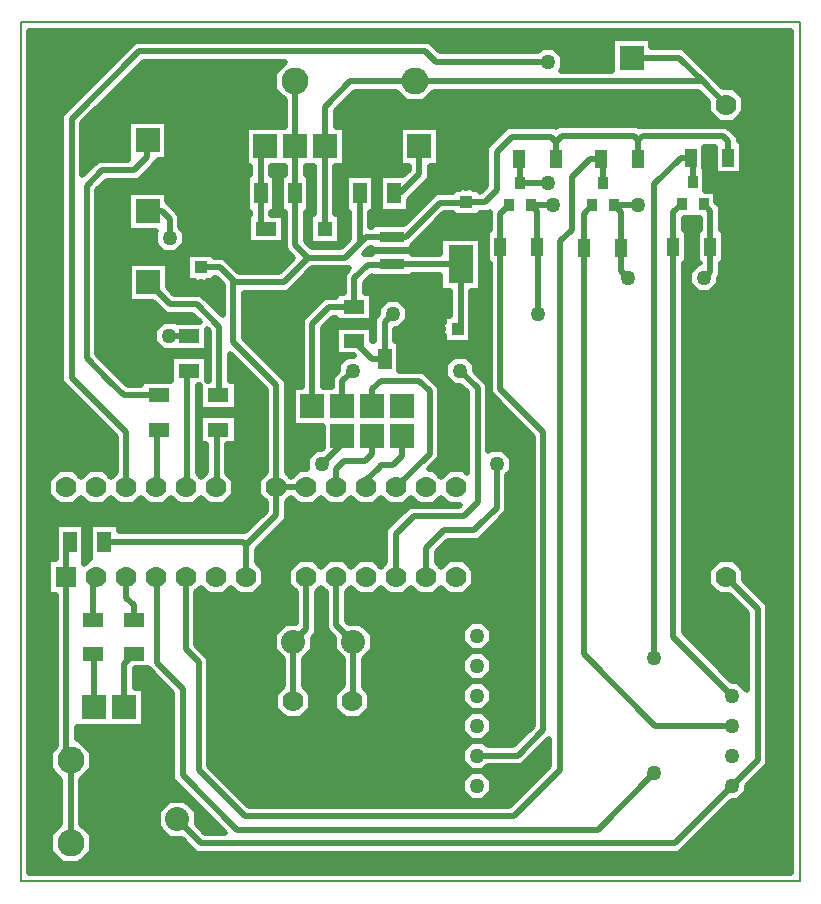
<source format=gbr>
G04 PROTEUS RS274X GERBER FILE*
%FSLAX45Y45*%
%MOMM*%
G01*
%ADD10C,0.508000*%
%ADD11C,1.270000*%
%ADD12R,1.778000X1.778000*%
%ADD13C,1.778000*%
%ADD14R,2.032000X2.032000*%
%ADD15C,2.286000*%
%ADD16R,1.280000X1.280000*%
%ADD17C,0.254000*%
%ADD18C,1.280000*%
%ADD19R,1.050000X1.050000*%
%ADD70C,1.050000*%
%ADD21R,1.143000X1.803400*%
%ADD22R,1.803400X1.143000*%
%ADD23R,2.159000X0.939800*%
%ADD24R,2.159000X3.251200*%
%ADD25R,0.889000X1.016000*%
%ADD26R,1.016000X1.524000*%
%ADD71C,2.032000*%
%ADD20C,0.203200*%
G36*
X+6563601Y+113126D02*
X+113601Y+113126D01*
X+113601Y+7239466D01*
X+6563601Y+7239466D01*
X+6563601Y+113126D01*
G37*
%LPC*%
G36*
X+5378700Y+7102025D02*
X+5650424Y+7102025D01*
X+5986924Y+6765525D01*
X+6076727Y+6765525D01*
X+6166000Y+6676252D01*
X+6166000Y+6550000D01*
X+6076727Y+6460727D01*
X+5950475Y+6460727D01*
X+5861202Y+6550000D01*
X+5861202Y+6639803D01*
X+5776778Y+6724227D01*
X+3542148Y+6724227D01*
X+3453248Y+6635327D01*
X+3305954Y+6635327D01*
X+3218615Y+6722666D01*
X+2868440Y+6722666D01*
X+2706500Y+6560726D01*
X+2706500Y+6428225D01*
X+2782700Y+6428225D01*
X+2782700Y+6098027D01*
X+2702500Y+6098027D01*
X+2702500Y+5690625D01*
X+2741100Y+5690625D01*
X+2741100Y+5435627D01*
X+2486102Y+5435627D01*
X+2486102Y+5690625D01*
X+2524702Y+5690625D01*
X+2524702Y+6098027D01*
X+2452500Y+6098027D01*
X+2452500Y+6016795D01*
X+2484250Y+6016795D01*
X+2484250Y+5709457D01*
X+2452500Y+5709457D01*
X+2452500Y+5462313D01*
X+2509410Y+5405403D01*
X+2750138Y+5405403D01*
X+2823097Y+5478362D01*
X+2823097Y+5709457D01*
X+2792952Y+5709457D01*
X+2792952Y+6016795D01*
X+3034250Y+6016795D01*
X+3034250Y+5709457D01*
X+3000895Y+5709457D01*
X+3000895Y+5582025D01*
X+3012152Y+5582025D01*
X+3012152Y+5603615D01*
X+3285982Y+5603615D01*
X+3553711Y+5871344D01*
X+3697602Y+5871344D01*
X+3697602Y+5904125D01*
X+3762184Y+5904125D01*
X+3753201Y+5913108D01*
X+3753201Y+5963144D01*
X+3788583Y+5998526D01*
X+3838619Y+5998526D01*
X+3874001Y+5963144D01*
X+3874001Y+5913108D01*
X+3865018Y+5904125D01*
X+3929600Y+5904125D01*
X+3929600Y+5877025D01*
X+3930709Y+5877025D01*
X+3979764Y+5926080D01*
X+3979764Y+6252726D01*
X+4159885Y+6432847D01*
X+4562790Y+6432847D01*
X+4569621Y+6426016D01*
X+4584292Y+6440687D01*
X+5267039Y+6440687D01*
X+5269654Y+6438072D01*
X+6020938Y+6438072D01*
X+6117460Y+6341550D01*
X+6117460Y+6302825D01*
X+6142860Y+6302825D01*
X+6142860Y+6023427D01*
X+5914262Y+6023427D01*
X+5914262Y+6260274D01*
X+5827900Y+6260274D01*
X+5827900Y+6077425D01*
X+5836510Y+6077425D01*
X+5836510Y+5886925D01*
X+5930490Y+5886925D01*
X+5930490Y+5790399D01*
X+5967460Y+5753429D01*
X+5967460Y+5552825D01*
X+5992860Y+5552825D01*
X+5992860Y+5273427D01*
X+5967460Y+5273427D01*
X+5967460Y+5162460D01*
X+5952622Y+5147622D01*
X+5952622Y+5093740D01*
X+5878228Y+5019346D01*
X+5773018Y+5019346D01*
X+5698624Y+5093740D01*
X+5698624Y+5198950D01*
X+5773018Y+5273344D01*
X+5789662Y+5273344D01*
X+5789662Y+5273427D01*
X+5764262Y+5273427D01*
X+5764262Y+5552825D01*
X+5789662Y+5552825D01*
X+5789662Y+5658327D01*
X+5652500Y+5658327D01*
X+5652500Y+5552825D01*
X+5677900Y+5552825D01*
X+5677900Y+5273427D01*
X+5652500Y+5273427D01*
X+5652500Y+2145949D01*
X+6062324Y+1736125D01*
X+6116206Y+1736125D01*
X+6190391Y+1661940D01*
X+6190391Y+2310614D01*
X+6040278Y+2460727D01*
X+5950475Y+2460727D01*
X+5861202Y+2550000D01*
X+5861202Y+2676252D01*
X+5950475Y+2765525D01*
X+6076727Y+2765525D01*
X+6166000Y+2676252D01*
X+6166000Y+2586449D01*
X+6368189Y+2384260D01*
X+6368189Y+1025992D01*
X+6190600Y+848403D01*
X+6190600Y+794521D01*
X+6116206Y+720127D01*
X+6062324Y+720127D01*
X+5616424Y+274227D01*
X+1526778Y+274227D01*
X+1402978Y+398027D01*
X+1295215Y+398027D01*
X+1198502Y+494740D01*
X+1198502Y+631512D01*
X+1295215Y+728225D01*
X+1431987Y+728225D01*
X+1528700Y+631512D01*
X+1528700Y+523749D01*
X+1600424Y+452025D01*
X+1770833Y+452025D01*
X+1324702Y+898156D01*
X+1324702Y+1630906D01*
X+1113131Y+1842477D01*
X+1006500Y+1842477D01*
X+1006500Y+1678225D01*
X+1082700Y+1678225D01*
X+1082700Y+1348027D01*
X+512500Y+1348027D01*
X+512500Y+1240925D01*
X+537248Y+1240925D01*
X+641400Y+1136773D01*
X+641400Y+989479D01*
X+552500Y+900579D01*
X+552500Y+525673D01*
X+641400Y+436773D01*
X+641400Y+289479D01*
X+537248Y+185327D01*
X+389954Y+185327D01*
X+285802Y+289479D01*
X+285802Y+436773D01*
X+374702Y+525673D01*
X+374702Y+900579D01*
X+285802Y+989479D01*
X+285802Y+1136773D01*
X+334702Y+1185673D01*
X+334702Y+2460727D01*
X+271202Y+2460727D01*
X+271202Y+2765525D01*
X+334702Y+2765525D01*
X+334702Y+2915949D01*
X+336952Y+2918199D01*
X+336952Y+3066795D01*
X+578250Y+3066795D01*
X+578250Y+2759457D01*
X+576000Y+2759457D01*
X+576000Y+2727050D01*
X+614475Y+2765525D01*
X+626952Y+2765525D01*
X+626952Y+3066795D01*
X+868250Y+3066795D01*
X+868250Y+3002025D01*
X+1939767Y+3002025D01*
X+2113326Y+3175584D01*
X+2113326Y+3247876D01*
X+2049202Y+3312000D01*
X+2049202Y+3438252D01*
X+2112239Y+3501289D01*
X+2112239Y+4202115D01*
X+1809189Y+4505165D01*
X+1809189Y+4273775D01*
X+1867270Y+4273775D01*
X+1867270Y+4032477D01*
X+1559932Y+4032477D01*
X+1559932Y+4242477D01*
X+1536500Y+4242477D01*
X+1536500Y+3493752D01*
X+1566601Y+3463651D01*
X+1608702Y+3505752D01*
X+1608702Y+3742477D01*
X+1559932Y+3742477D01*
X+1559932Y+3983775D01*
X+1867270Y+3983775D01*
X+1867270Y+3742477D01*
X+1786500Y+3742477D01*
X+1786500Y+3497752D01*
X+1846000Y+3438252D01*
X+1846000Y+3312000D01*
X+1756727Y+3222727D01*
X+1630475Y+3222727D01*
X+1566601Y+3286601D01*
X+1502727Y+3222727D01*
X+1376475Y+3222727D01*
X+1312601Y+3286601D01*
X+1248727Y+3222727D01*
X+1122475Y+3222727D01*
X+1058601Y+3286601D01*
X+994727Y+3222727D01*
X+868475Y+3222727D01*
X+804601Y+3286601D01*
X+740727Y+3222727D01*
X+614475Y+3222727D01*
X+551601Y+3285601D01*
X+488727Y+3222727D01*
X+362475Y+3222727D01*
X+273202Y+3312000D01*
X+273202Y+3438252D01*
X+362475Y+3527525D01*
X+488727Y+3527525D01*
X+551601Y+3464651D01*
X+614475Y+3527525D01*
X+740727Y+3527525D01*
X+804601Y+3463651D01*
X+845037Y+3504087D01*
X+845037Y+3804449D01*
X+382410Y+4267076D01*
X+382410Y+6529302D01*
X+1008322Y+7155214D01*
X+3501862Y+7155214D01*
X+3590829Y+7066247D01*
X+4415244Y+7066247D01*
X+4453344Y+7104347D01*
X+4558554Y+7104347D01*
X+4632948Y+7029953D01*
X+4632948Y+6924743D01*
X+4610230Y+6902025D01*
X+5048502Y+6902025D01*
X+5048502Y+7178225D01*
X+5378700Y+7178225D01*
X+5378700Y+7102025D01*
G37*
G36*
X+2011101Y+3348823D02*
X+2011101Y+3401429D01*
X+1973904Y+3438626D01*
X+1921298Y+3438626D01*
X+1884101Y+3401429D01*
X+1884101Y+3348823D01*
X+1921298Y+3311626D01*
X+1973904Y+3311626D01*
X+2011101Y+3348823D01*
G37*
G36*
X+4991164Y+7089326D02*
X+4928038Y+7089326D01*
X+4883401Y+7044689D01*
X+4883401Y+6981563D01*
X+4928038Y+6936926D01*
X+4991164Y+6936926D01*
X+5035801Y+6981563D01*
X+5035801Y+7044689D01*
X+4991164Y+7089326D01*
G37*
G36*
X+3578700Y+6098027D02*
X+3502821Y+6098027D01*
X+3502821Y+5988807D01*
X+3324250Y+5810236D01*
X+3324250Y+5709457D01*
X+3082952Y+5709457D01*
X+3082952Y+6016795D01*
X+3279365Y+6016795D01*
X+3325023Y+6062453D01*
X+3325023Y+6098027D01*
X+3248502Y+6098027D01*
X+3248502Y+6428225D01*
X+3578700Y+6428225D01*
X+3578700Y+6098027D01*
G37*
G36*
X+3191164Y+6339326D02*
X+3128038Y+6339326D01*
X+3083401Y+6294689D01*
X+3083401Y+6231563D01*
X+3128038Y+6186926D01*
X+3191164Y+6186926D01*
X+3235801Y+6231563D01*
X+3235801Y+6294689D01*
X+3191164Y+6339326D01*
G37*
G36*
X+4150101Y+6639429D02*
X+4150101Y+6586823D01*
X+4187298Y+6549626D01*
X+4239904Y+6549626D01*
X+4277101Y+6586823D01*
X+4277101Y+6639429D01*
X+4239904Y+6676626D01*
X+4187298Y+6676626D01*
X+4150101Y+6639429D01*
G37*
G36*
X+6089904Y+1926626D02*
X+6037298Y+1926626D01*
X+6000101Y+1889429D01*
X+6000101Y+1836823D01*
X+6037298Y+1799626D01*
X+6089904Y+1799626D01*
X+6127101Y+1836823D01*
X+6127101Y+1889429D01*
X+6089904Y+1926626D01*
G37*
G36*
X+1140038Y+1436926D02*
X+1203164Y+1436926D01*
X+1247801Y+1481563D01*
X+1247801Y+1544689D01*
X+1203164Y+1589326D01*
X+1140038Y+1589326D01*
X+1095401Y+1544689D01*
X+1095401Y+1481563D01*
X+1140038Y+1436926D01*
G37*
G36*
X+2010179Y+3976015D02*
X+2052263Y+3976015D01*
X+2082021Y+4005773D01*
X+2082021Y+4047857D01*
X+2052263Y+4077615D01*
X+2010179Y+4077615D01*
X+1980421Y+4047857D01*
X+1980421Y+4005773D01*
X+2010179Y+3976015D01*
G37*
G36*
X+2983118Y+6063657D02*
X+3025202Y+6063657D01*
X+3054960Y+6093415D01*
X+3054960Y+6135499D01*
X+3025202Y+6165257D01*
X+2983118Y+6165257D01*
X+2953360Y+6135499D01*
X+2953360Y+6093415D01*
X+2983118Y+6063657D01*
G37*
G36*
X+882038Y+286926D02*
X+945164Y+286926D01*
X+989801Y+331563D01*
X+989801Y+394689D01*
X+945164Y+439326D01*
X+882038Y+439326D01*
X+837401Y+394689D01*
X+837401Y+331563D01*
X+882038Y+286926D01*
G37*
G36*
X+882038Y+986926D02*
X+945164Y+986926D01*
X+989801Y+1031563D01*
X+989801Y+1094689D01*
X+945164Y+1139326D01*
X+882038Y+1139326D01*
X+837401Y+1094689D01*
X+837401Y+1031563D01*
X+882038Y+986926D01*
G37*
%LPD*%
G36*
X+4009742Y+5552825D02*
X+3984342Y+5552825D01*
X+3984342Y+5273427D01*
X+4009742Y+5273427D01*
X+4009742Y+4169374D01*
X+4374702Y+3804414D01*
X+4374702Y+1355463D01*
X+4210797Y+1191558D01*
X+3993773Y+1191558D01*
X+3957206Y+1228125D01*
X+3851996Y+1228125D01*
X+3777602Y+1153731D01*
X+3777602Y+1048521D01*
X+3851996Y+974127D01*
X+3957206Y+974127D01*
X+3996839Y+1013760D01*
X+4284443Y+1013760D01*
X+4515898Y+1245215D01*
X+4515898Y+1015313D01*
X+4177714Y+677129D01*
X+1975944Y+677129D01*
X+1637760Y+1015313D01*
X+1637760Y+1928615D01*
X+1526292Y+2040083D01*
X+1526292Y+2484292D01*
X+1566601Y+2524601D01*
X+1630475Y+2460727D01*
X+1756727Y+2460727D01*
X+1820601Y+2524601D01*
X+1884475Y+2460727D01*
X+2010727Y+2460727D01*
X+2100000Y+2550000D01*
X+2100000Y+2676252D01*
X+2036500Y+2739752D01*
X+2036500Y+2847314D01*
X+2291122Y+3101936D01*
X+2291122Y+3249122D01*
X+2328227Y+3286227D01*
X+2328975Y+3286227D01*
X+2392475Y+3222727D01*
X+2518727Y+3222727D01*
X+2582601Y+3286601D01*
X+2646475Y+3222727D01*
X+2772727Y+3222727D01*
X+2836601Y+3286601D01*
X+2900475Y+3222727D01*
X+3026727Y+3222727D01*
X+3090601Y+3286601D01*
X+3154475Y+3222727D01*
X+3280727Y+3222727D01*
X+3344601Y+3286601D01*
X+3408475Y+3222727D01*
X+3534727Y+3222727D01*
X+3598601Y+3286601D01*
X+3662475Y+3222727D01*
X+3756599Y+3222727D01*
X+3753595Y+3219723D01*
X+3329306Y+3219723D01*
X+3128156Y+3018573D01*
X+3128156Y+2739206D01*
X+3090601Y+2701651D01*
X+3026727Y+2765525D01*
X+2900475Y+2765525D01*
X+2836601Y+2701651D01*
X+2772727Y+2765525D01*
X+2646475Y+2765525D01*
X+2582601Y+2701651D01*
X+2518727Y+2765525D01*
X+2392475Y+2765525D01*
X+2303202Y+2676252D01*
X+2303202Y+2550000D01*
X+2366702Y+2486500D01*
X+2366702Y+2228225D01*
X+2279215Y+2228225D01*
X+2182502Y+2131512D01*
X+2182502Y+1994740D01*
X+2258702Y+1918540D01*
X+2258702Y+1689752D01*
X+2195202Y+1626252D01*
X+2195202Y+1500000D01*
X+2284475Y+1410727D01*
X+2410727Y+1410727D01*
X+2500000Y+1500000D01*
X+2500000Y+1626252D01*
X+2436500Y+1689752D01*
X+2436500Y+1918540D01*
X+2512700Y+1994740D01*
X+2512700Y+2102503D01*
X+2544500Y+2134303D01*
X+2544500Y+2486500D01*
X+2582601Y+2524601D01*
X+2620702Y+2486500D01*
X+2620702Y+2172303D01*
X+2690502Y+2102503D01*
X+2690502Y+1994740D01*
X+2766702Y+1918540D01*
X+2766702Y+1697752D01*
X+2695202Y+1626252D01*
X+2695202Y+1500000D01*
X+2784475Y+1410727D01*
X+2910727Y+1410727D01*
X+3000000Y+1500000D01*
X+3000000Y+1626252D01*
X+2944500Y+1681752D01*
X+2944500Y+1918540D01*
X+3020700Y+1994740D01*
X+3020700Y+2131512D01*
X+2923987Y+2228225D01*
X+2816224Y+2228225D01*
X+2798500Y+2245949D01*
X+2798500Y+2486500D01*
X+2836601Y+2524601D01*
X+2900475Y+2460727D01*
X+3026727Y+2460727D01*
X+3090601Y+2524601D01*
X+3154475Y+2460727D01*
X+3280727Y+2460727D01*
X+3344601Y+2524601D01*
X+3408475Y+2460727D01*
X+3534727Y+2460727D01*
X+3598601Y+2524601D01*
X+3662475Y+2460727D01*
X+3788727Y+2460727D01*
X+3878000Y+2550000D01*
X+3878000Y+2676252D01*
X+3788727Y+2765525D01*
X+3662475Y+2765525D01*
X+3598601Y+2701651D01*
X+3560500Y+2739752D01*
X+3560500Y+2823921D01*
X+3660965Y+2924386D01*
X+3916112Y+2924386D01*
X+4157398Y+3165672D01*
X+4157398Y+3478742D01*
X+4195498Y+3516842D01*
X+4195498Y+3622052D01*
X+4121104Y+3696446D01*
X+4015894Y+3696446D01*
X+3999723Y+3680275D01*
X+3999723Y+4251302D01*
X+3888748Y+4362277D01*
X+3888748Y+4416159D01*
X+3814354Y+4490553D01*
X+3709144Y+4490553D01*
X+3634750Y+4416159D01*
X+3634750Y+4310949D01*
X+3709144Y+4236555D01*
X+3763026Y+4236555D01*
X+3821925Y+4177656D01*
X+3821925Y+3494327D01*
X+3788727Y+3527525D01*
X+3662475Y+3527525D01*
X+3598601Y+3463651D01*
X+3534727Y+3527525D01*
X+3495722Y+3527525D01*
X+3589765Y+3621568D01*
X+3589765Y+4223619D01*
X+3452071Y+4361313D01*
X+3244250Y+4361313D01*
X+3244250Y+4616795D01*
X+3212500Y+4616795D01*
X+3212500Y+4715939D01*
X+3244847Y+4715939D01*
X+3319241Y+4790333D01*
X+3319241Y+4895543D01*
X+3244847Y+4969937D01*
X+3139637Y+4969937D01*
X+3065243Y+4895543D01*
X+3065243Y+4841661D01*
X+3034702Y+4811120D01*
X+3034702Y+4616795D01*
X+3017270Y+4616795D01*
X+3017270Y+4733775D01*
X+2709932Y+4733775D01*
X+2709932Y+4492477D01*
X+2858528Y+4492477D01*
X+2860452Y+4490553D01*
X+2800364Y+4490553D01*
X+2725970Y+4416159D01*
X+2725970Y+4362277D01*
X+2674702Y+4311009D01*
X+2674702Y+4228225D01*
X+2598500Y+4228225D01*
X+2598500Y+4722661D01*
X+2685316Y+4809477D01*
X+2709932Y+4809477D01*
X+2709932Y+4782477D01*
X+3017270Y+4782477D01*
X+3017270Y+5021709D01*
X+3025706Y+5021709D01*
X+3055464Y+5051467D01*
X+3055464Y+5093551D01*
X+3025706Y+5123309D01*
X+2983622Y+5123309D01*
X+2953864Y+5093551D01*
X+2953864Y+5051467D01*
X+2981556Y+5023775D01*
X+2952500Y+5023775D01*
X+2952500Y+5108000D01*
X+3012152Y+5167652D01*
X+3012152Y+5152637D01*
X+3355050Y+5152637D01*
X+3355050Y+5174227D01*
X+3592152Y+5174227D01*
X+3592152Y+5037067D01*
X+3674702Y+5037067D01*
X+3674702Y+4829125D01*
X+3622602Y+4829125D01*
X+3622602Y+4764543D01*
X+3613619Y+4773526D01*
X+3563583Y+4773526D01*
X+3528201Y+4738144D01*
X+3528201Y+4688108D01*
X+3563583Y+4652726D01*
X+3613619Y+4652726D01*
X+3622602Y+4661709D01*
X+3622602Y+4597127D01*
X+3854600Y+4597127D01*
X+3854600Y+4829125D01*
X+3852500Y+4829125D01*
X+3852500Y+5037067D01*
X+3935050Y+5037067D01*
X+3935050Y+5489185D01*
X+3592152Y+5489185D01*
X+3592152Y+5352025D01*
X+3355050Y+5352025D01*
X+3355050Y+5373615D01*
X+3012152Y+5373615D01*
X+3012152Y+5349770D01*
X+2945949Y+5349770D01*
X+3000406Y+5404227D01*
X+3012152Y+5404227D01*
X+3012152Y+5382637D01*
X+3355050Y+5382637D01*
X+3355050Y+5421239D01*
X+3627357Y+5693546D01*
X+3697602Y+5693546D01*
X+3697602Y+5672127D01*
X+3929600Y+5672127D01*
X+3929600Y+5699227D01*
X+4004355Y+5699227D01*
X+4009742Y+5704614D01*
X+4009742Y+5552825D01*
G37*
%LPC*%
G36*
X+2265101Y+2586823D02*
X+2265101Y+2639429D01*
X+2227904Y+2676626D01*
X+2175298Y+2676626D01*
X+2138101Y+2639429D01*
X+2138101Y+2586823D01*
X+2175298Y+2549626D01*
X+2227904Y+2549626D01*
X+2265101Y+2586823D01*
G37*
G36*
X+3209001Y+5022605D02*
X+3209001Y+5043647D01*
X+3194122Y+5058526D01*
X+3173080Y+5058526D01*
X+3158201Y+5043647D01*
X+3158201Y+5022605D01*
X+3173080Y+5007726D01*
X+3194122Y+5007726D01*
X+3209001Y+5022605D01*
G37*
G36*
X+3403080Y+4437726D02*
X+3424122Y+4437726D01*
X+3439001Y+4452605D01*
X+3439001Y+4473647D01*
X+3424122Y+4488526D01*
X+3403080Y+4488526D01*
X+3388201Y+4473647D01*
X+3388201Y+4452605D01*
X+3403080Y+4437726D01*
G37*
G36*
X+4150101Y+2639429D02*
X+4150101Y+2586823D01*
X+4187298Y+2549626D01*
X+4239904Y+2549626D01*
X+4277101Y+2586823D01*
X+4277101Y+2639429D01*
X+4239904Y+2676626D01*
X+4187298Y+2676626D01*
X+4150101Y+2639429D01*
G37*
G36*
X+2284101Y+1081429D02*
X+2284101Y+1028823D01*
X+2321298Y+991626D01*
X+2373904Y+991626D01*
X+2411101Y+1028823D01*
X+2411101Y+1081429D01*
X+2373904Y+1118626D01*
X+2321298Y+1118626D01*
X+2284101Y+1081429D01*
G37*
G36*
X+2784101Y+1081429D02*
X+2784101Y+1028823D01*
X+2821298Y+991626D01*
X+2873904Y+991626D01*
X+2911101Y+1028823D01*
X+2911101Y+1081429D01*
X+2873904Y+1118626D01*
X+2821298Y+1118626D01*
X+2784101Y+1081429D01*
G37*
G36*
X+3957206Y+974125D02*
X+3851996Y+974125D01*
X+3777602Y+899731D01*
X+3777602Y+794521D01*
X+3851996Y+720127D01*
X+3957206Y+720127D01*
X+4031600Y+794521D01*
X+4031600Y+899731D01*
X+3957206Y+974125D01*
G37*
G36*
X+3957206Y+1482125D02*
X+3851996Y+1482125D01*
X+3777602Y+1407731D01*
X+3777602Y+1302521D01*
X+3851996Y+1228127D01*
X+3957206Y+1228127D01*
X+4031600Y+1302521D01*
X+4031600Y+1407731D01*
X+3957206Y+1482125D01*
G37*
G36*
X+3957206Y+1736125D02*
X+3851996Y+1736125D01*
X+3777602Y+1661731D01*
X+3777602Y+1556521D01*
X+3851996Y+1482127D01*
X+3957206Y+1482127D01*
X+4031600Y+1556521D01*
X+4031600Y+1661731D01*
X+3957206Y+1736125D01*
G37*
G36*
X+3957206Y+1990125D02*
X+3851996Y+1990125D01*
X+3777602Y+1915731D01*
X+3777602Y+1810521D01*
X+3851996Y+1736127D01*
X+3957206Y+1736127D01*
X+4031600Y+1810521D01*
X+4031600Y+1915731D01*
X+3957206Y+1990125D01*
G37*
G36*
X+3957206Y+2244125D02*
X+3851996Y+2244125D01*
X+3777602Y+2169731D01*
X+3777602Y+2064521D01*
X+3851996Y+1990127D01*
X+3957206Y+1990127D01*
X+4031600Y+2064521D01*
X+4031600Y+2169731D01*
X+3957206Y+2244125D01*
G37*
%LPD*%
G36*
X+2185802Y+6886773D02*
X+2185802Y+6739479D01*
X+2274702Y+6650579D01*
X+2274702Y+6428225D01*
X+1944502Y+6428225D01*
X+1944502Y+6098027D01*
X+1984702Y+6098027D01*
X+1984702Y+6016795D01*
X+1952952Y+6016795D01*
X+1952952Y+5709457D01*
X+1984702Y+5709457D01*
X+1984702Y+5683775D01*
X+1959932Y+5683775D01*
X+1959932Y+5442477D01*
X+2267270Y+5442477D01*
X+2267270Y+5683775D01*
X+2162500Y+5683775D01*
X+2162500Y+5709457D01*
X+2194250Y+5709457D01*
X+2194250Y+6016795D01*
X+2162500Y+6016795D01*
X+2162500Y+6098027D01*
X+2274702Y+6098027D01*
X+2274702Y+6016795D01*
X+2242952Y+6016795D01*
X+2242952Y+5709457D01*
X+2274702Y+5709457D01*
X+2274702Y+5388667D01*
X+2346865Y+5316504D01*
X+2228562Y+5198201D01*
X+1891380Y+5198201D01*
X+1762556Y+5327025D01*
X+1679600Y+5327025D01*
X+1679600Y+5354125D01*
X+1447602Y+5354125D01*
X+1447602Y+5122127D01*
X+1512184Y+5122127D01*
X+1503201Y+5113144D01*
X+1503201Y+5063108D01*
X+1538583Y+5027726D01*
X+1588619Y+5027726D01*
X+1624001Y+5063108D01*
X+1624001Y+5113144D01*
X+1615018Y+5122127D01*
X+1679600Y+5122127D01*
X+1679600Y+5149227D01*
X+1688910Y+5149227D01*
X+1749658Y+5088479D01*
X+1749658Y+4832728D01*
X+1567439Y+5014947D01*
X+1341502Y+5014947D01*
X+1282700Y+5073749D01*
X+1282700Y+5278225D01*
X+952502Y+5278225D01*
X+952502Y+4948027D01*
X+1156978Y+4948027D01*
X+1267856Y+4837149D01*
X+1493793Y+4837149D01*
X+1557167Y+4773775D01*
X+1358855Y+4773775D01*
X+1350232Y+4782398D01*
X+1245022Y+4782398D01*
X+1170628Y+4708004D01*
X+1170628Y+4602794D01*
X+1245022Y+4528400D01*
X+1350232Y+4528400D01*
X+1354309Y+4532477D01*
X+1617270Y+4532477D01*
X+1617270Y+4713672D01*
X+1631391Y+4699551D01*
X+1631391Y+4273775D01*
X+1617270Y+4273775D01*
X+1617270Y+4483775D01*
X+1309932Y+4483775D01*
X+1309932Y+4273775D01*
X+1059932Y+4273775D01*
X+1059932Y+4242025D01*
X+949408Y+4242025D01*
X+685800Y+4505633D01*
X+685800Y+5891356D01*
X+766894Y+5972450D01*
X+1038120Y+5972450D01*
X+1201374Y+6135704D01*
X+1201374Y+6148027D01*
X+1278700Y+6148027D01*
X+1278700Y+6478225D01*
X+948502Y+6478225D01*
X+948502Y+6150248D01*
X+693248Y+6150248D01*
X+560208Y+6017208D01*
X+560208Y+6455656D01*
X+1081968Y+6977416D01*
X+2276445Y+6977416D01*
X+2185802Y+6886773D01*
G37*
%LPC*%
G36*
X+2139001Y+5262605D02*
X+2139001Y+5283647D01*
X+2124122Y+5298526D01*
X+2103080Y+5298526D01*
X+2088201Y+5283647D01*
X+2088201Y+5262605D01*
X+2103080Y+5247726D01*
X+2124122Y+5247726D01*
X+2139001Y+5262605D01*
G37*
G36*
X+895164Y+5189326D02*
X+832038Y+5189326D01*
X+787401Y+5144689D01*
X+787401Y+5081563D01*
X+832038Y+5036926D01*
X+895164Y+5036926D01*
X+939801Y+5081563D01*
X+939801Y+5144689D01*
X+895164Y+5189326D01*
G37*
G36*
X+1278700Y+5795156D02*
X+1389275Y+5684581D01*
X+1389275Y+5576277D01*
X+1427375Y+5538177D01*
X+1427375Y+5432967D01*
X+1352981Y+5358573D01*
X+1247771Y+5358573D01*
X+1173377Y+5432967D01*
X+1173377Y+5538177D01*
X+1183227Y+5548027D01*
X+948502Y+5548027D01*
X+948502Y+5878225D01*
X+1278700Y+5878225D01*
X+1278700Y+5795156D01*
G37*
G36*
X+891164Y+5789326D02*
X+828038Y+5789326D01*
X+783401Y+5744689D01*
X+783401Y+5681563D01*
X+828038Y+5636926D01*
X+891164Y+5636926D01*
X+935801Y+5681563D01*
X+935801Y+5744689D01*
X+891164Y+5789326D01*
G37*
G36*
X+891164Y+6389326D02*
X+828038Y+6389326D01*
X+783401Y+6344689D01*
X+783401Y+6281563D01*
X+828038Y+6236926D01*
X+891164Y+6236926D01*
X+935801Y+6281563D01*
X+935801Y+6344689D01*
X+891164Y+6389326D01*
G37*
G36*
X+1989860Y+5222126D02*
X+2031944Y+5222126D01*
X+2061702Y+5251884D01*
X+2061702Y+5293968D01*
X+2031944Y+5323726D01*
X+1989860Y+5323726D01*
X+1960102Y+5293968D01*
X+1960102Y+5251884D01*
X+1989860Y+5222126D01*
G37*
%LPD*%
G36*
X+2800740Y+5207684D02*
X+2774702Y+5181646D01*
X+2774702Y+5023775D01*
X+2709932Y+5023775D01*
X+2709932Y+4987275D01*
X+2611670Y+4987275D01*
X+2420702Y+4796307D01*
X+2420702Y+4228225D01*
X+2344502Y+4228225D01*
X+2344502Y+3898027D01*
X+2598502Y+3898027D01*
X+2598502Y+3704293D01*
X+2590655Y+3696446D01*
X+2536773Y+3696446D01*
X+2462379Y+3622052D01*
X+2462379Y+3527525D01*
X+2392475Y+3527525D01*
X+2328975Y+3464025D01*
X+2328227Y+3464025D01*
X+2290037Y+3502215D01*
X+2290037Y+4275761D01*
X+1927456Y+4638342D01*
X+1927456Y+5020403D01*
X+2302208Y+5020403D01*
X+2509410Y+5227605D01*
X+2820661Y+5227605D01*
X+2800740Y+5207684D01*
G37*
%LPC*%
G36*
X+2545701Y+5091251D02*
X+2545701Y+5035001D01*
X+2585476Y+4995226D01*
X+2641726Y+4995226D01*
X+2681501Y+5035001D01*
X+2681501Y+5091251D01*
X+2641726Y+5131026D01*
X+2585476Y+5131026D01*
X+2545701Y+5091251D01*
G37*
G36*
X+2478038Y+3732926D02*
X+2541164Y+3732926D01*
X+2585801Y+3777563D01*
X+2585801Y+3840689D01*
X+2541164Y+3885326D01*
X+2478038Y+3885326D01*
X+2433401Y+3840689D01*
X+2433401Y+3777563D01*
X+2478038Y+3732926D01*
G37*
G36*
X+2013115Y+4622026D02*
X+2055199Y+4622026D01*
X+2084957Y+4651784D01*
X+2084957Y+4693868D01*
X+2055199Y+4723626D01*
X+2013115Y+4723626D01*
X+1983357Y+4693868D01*
X+1983357Y+4651784D01*
X+2013115Y+4622026D01*
G37*
G36*
X+1983869Y+4880664D02*
X+2025953Y+4880664D01*
X+2055711Y+4910422D01*
X+2055711Y+4952506D01*
X+2025953Y+4982264D01*
X+1983869Y+4982264D01*
X+1954111Y+4952506D01*
X+1954111Y+4910422D01*
X+1983869Y+4880664D01*
G37*
%LPD*%
D10*
X+2073601Y+5863126D02*
X+2073601Y+6227126D01*
X+2109601Y+6263126D01*
X+2363601Y+5863126D02*
X+2363601Y+6263126D01*
X+3203601Y+5863126D02*
X+3251418Y+5863126D01*
X+3413922Y+6025630D01*
X+3413922Y+6262805D01*
X+3413601Y+6263126D01*
X+2363601Y+6263126D02*
X+2363601Y+6813126D01*
X+2617601Y+6263126D02*
X+2617601Y+6597549D01*
X+2831617Y+6811565D01*
X+3378040Y+6811565D01*
X+3379601Y+6813126D01*
X+2613601Y+5563126D02*
X+2613601Y+6259126D01*
X+2617601Y+6263126D01*
X+2073601Y+5863126D02*
X+2073601Y+5603126D01*
X+2113601Y+5563126D01*
X+2363601Y+5863126D02*
X+2363601Y+5425490D01*
X+2472587Y+5316504D01*
X+2863601Y+4903126D02*
X+2863601Y+5144823D01*
X+2979649Y+5260871D01*
X+3181346Y+5260871D01*
X+3183601Y+5263126D01*
X+2863601Y+4613126D02*
X+3013601Y+4463126D01*
X+3123601Y+4463126D01*
X+3738601Y+4713126D02*
X+3763601Y+4738126D01*
X+3763601Y+5263126D01*
X+3183601Y+5263126D02*
X+3763601Y+5263126D01*
X+3183601Y+5493126D02*
X+2963583Y+5493126D01*
X+2911996Y+5441539D01*
X+2472587Y+5316504D02*
X+2786961Y+5316504D01*
X+2911996Y+5441539D01*
X+2911996Y+5861521D01*
X+2913601Y+5863126D01*
X+3183601Y+5493126D02*
X+3301215Y+5493126D01*
X+3590534Y+5782445D01*
X+3807920Y+5782445D01*
X+3813601Y+5788126D01*
X+4804661Y+5403626D02*
X+4804661Y+5692146D01*
X+4875641Y+5763126D01*
X+5119621Y+5403626D02*
X+5119621Y+5707106D01*
X+5063601Y+5763126D01*
X+4969621Y+5953626D02*
X+4969621Y+6138666D01*
X+4954661Y+6153626D01*
X+5634581Y+5772626D02*
X+5563601Y+5701646D01*
X+5563601Y+5413126D01*
X+5878561Y+5413126D02*
X+5878561Y+5716606D01*
X+5822541Y+5772626D01*
X+4269621Y+5953626D02*
X+4269621Y+6138666D01*
X+4254661Y+6153626D01*
X+5728561Y+5963126D02*
X+5728561Y+6148166D01*
X+5713601Y+6163126D01*
X+4098641Y+5413126D02*
X+4098641Y+5686126D01*
X+4175641Y+5763126D01*
X+4363601Y+5763126D02*
X+4413601Y+5713126D01*
X+4413601Y+5413126D01*
X+2347601Y+1563126D02*
X+2347601Y+2063126D01*
X+2855601Y+2063126D02*
X+2855601Y+1571126D01*
X+2847601Y+1563126D01*
X+2347601Y+2063126D02*
X+2455601Y+2171126D01*
X+2455601Y+2613126D01*
X+2709601Y+2613126D02*
X+2709601Y+2209126D01*
X+2855601Y+2063126D01*
X+2201601Y+3375126D02*
X+2455601Y+3375126D01*
X+423601Y+2613126D02*
X+423601Y+2879126D01*
X+457601Y+2913126D01*
X+747601Y+2913126D02*
X+1918612Y+2913126D01*
X+1947601Y+2884137D01*
X+1947601Y+2613126D02*
X+1947601Y+2884137D01*
X+647601Y+2253126D02*
X+647601Y+2583126D01*
X+677601Y+2613126D01*
X+931601Y+2613126D02*
X+931601Y+2441667D01*
X+997384Y+2375884D01*
X+997601Y+2375667D01*
X+997601Y+2253126D01*
X+1117601Y+5113126D02*
X+1304679Y+4926048D01*
X+1494879Y+4926048D01*
X+1530616Y+4926048D01*
X+1720290Y+4736374D01*
X+1720290Y+4159815D01*
X+1713601Y+4153126D01*
X+1213601Y+4153126D02*
X+912585Y+4153126D01*
X+788409Y+4277302D01*
X+596901Y+4468810D01*
X+596901Y+5928179D01*
X+730071Y+6061349D01*
X+956092Y+6061349D01*
X+1001297Y+6061349D01*
X+1112475Y+6172527D01*
X+1112475Y+6312000D01*
X+1113601Y+6313126D01*
X+1463601Y+4653126D02*
X+1299900Y+4653126D01*
X+1297627Y+4655399D01*
X+1300376Y+5485572D02*
X+1300376Y+5647758D01*
X+1234402Y+5713732D01*
X+1114207Y+5713732D01*
X+1113601Y+5713126D01*
X+2202224Y+3374503D02*
X+2201601Y+3375126D01*
X+1563601Y+5238126D02*
X+1725733Y+5238126D01*
X+1854557Y+5109302D01*
X+2265385Y+5109302D01*
X+2472587Y+5316504D01*
X+1947601Y+2884137D02*
X+2202224Y+3138760D01*
X+2202224Y+3374503D01*
X+1213601Y+3863126D02*
X+1197601Y+3863126D01*
X+1197601Y+3387126D01*
X+1185601Y+3375126D01*
X+1463601Y+4363126D02*
X+1447601Y+4363126D01*
X+1447601Y+3383126D01*
X+1439601Y+3375126D01*
X+1713601Y+3863126D02*
X+1697601Y+3863126D01*
X+1697601Y+3379126D01*
X+1693601Y+3375126D01*
X+1854557Y+5109302D02*
X+1838557Y+5109302D01*
X+1838557Y+4601519D01*
X+2201138Y+4238938D01*
X+2201138Y+3375589D01*
X+2201601Y+3375126D01*
X+2202224Y+3374503D01*
X+2709601Y+3375126D02*
X+2709601Y+3528785D01*
X+2780000Y+3599184D01*
X+2956177Y+3599184D01*
X+3015748Y+3658755D01*
X+3015748Y+3807273D01*
X+3017601Y+3809126D01*
X+2963601Y+3375126D02*
X+2963601Y+3436767D01*
X+3068982Y+3542148D01*
X+3086727Y+3559893D01*
X+3191926Y+3559893D01*
X+3271601Y+3639568D01*
X+3271601Y+3809126D01*
X+3017601Y+4063126D02*
X+3017601Y+4203920D01*
X+3086095Y+4272414D01*
X+3415248Y+4272414D01*
X+3500866Y+4186796D01*
X+3500866Y+3658391D01*
X+3217601Y+3375126D01*
X+2509601Y+4063126D02*
X+2509601Y+4759484D01*
X+2648493Y+4898376D01*
X+2858851Y+4898376D01*
X+2863601Y+4903126D01*
X+663601Y+1513126D02*
X+663601Y+1947126D01*
X+647601Y+1963126D01*
X+917601Y+1513126D02*
X+917601Y+1883126D01*
X+997601Y+1963126D01*
X+2763601Y+4063126D02*
X+2763601Y+4274186D01*
X+2852969Y+4363554D01*
X+3761749Y+4363554D02*
X+3910824Y+4214479D01*
X+3910824Y+3251230D01*
X+3790418Y+3130824D01*
X+3389064Y+3130824D01*
X+3366129Y+3130824D01*
X+3217055Y+2981750D01*
X+3217055Y+2613672D01*
X+3217601Y+2613126D01*
X+2763601Y+3809126D02*
X+2763601Y+3743670D01*
X+2589378Y+3569447D01*
X+4068499Y+3569447D02*
X+4068499Y+3202495D01*
X+3910824Y+3044820D01*
X+3879289Y+3013285D01*
X+3624142Y+3013285D01*
X+3471601Y+2860744D01*
X+3471601Y+2613126D01*
X+6013601Y+2613126D02*
X+6279290Y+2347437D01*
X+6279290Y+1999409D01*
X+6279290Y+1062815D01*
X+6063601Y+847126D01*
X+5563601Y+5413126D02*
X+5563601Y+2109126D01*
X+6063601Y+1609126D01*
X+4804661Y+5403626D02*
X+4804661Y+1962053D01*
X+5413369Y+1353345D01*
X+6061820Y+1353345D01*
X+6063601Y+1355126D01*
X+5119621Y+5403626D02*
X+5119621Y+5210050D01*
X+5183326Y+5146345D01*
X+5825623Y+5146345D02*
X+5878561Y+5199283D01*
X+5878561Y+5413126D01*
X+2613601Y+5063126D02*
X+2424457Y+5063126D01*
X+2034157Y+4672826D01*
X+3813601Y+5788126D02*
X+3967532Y+5788126D01*
X+4007254Y+5827848D01*
X+4068663Y+5889257D01*
X+4068663Y+6215903D01*
X+4196708Y+6343948D01*
X+4525967Y+6343948D01*
X+4569621Y+6300294D01*
X+4569621Y+6153626D01*
X+5269621Y+6312383D02*
X+5306411Y+6349173D01*
X+5984115Y+6349173D01*
X+6028561Y+6304727D01*
X+6028561Y+6163126D01*
X+4569621Y+6300294D02*
X+4621115Y+6351788D01*
X+5230216Y+6351788D01*
X+5269621Y+6312383D01*
X+5269621Y+6153626D01*
X+4363601Y+5763126D02*
X+4549019Y+5763126D01*
X+4549975Y+5764082D01*
X+5262570Y+5764735D02*
X+5065210Y+5764735D01*
X+5063601Y+5763126D01*
X+5713601Y+6163126D02*
X+5626424Y+6163126D01*
X+5403855Y+5940557D01*
X+5403855Y+1932120D01*
X+5403855Y+953162D02*
X+4927605Y+476912D01*
X+1871668Y+476912D01*
X+1413601Y+934979D01*
X+1413601Y+1667729D01*
X+1193307Y+1888023D01*
X+1193307Y+2605420D01*
X+1185601Y+2613126D01*
X+4954661Y+6153626D02*
X+4858684Y+6153626D01*
X+4704016Y+5998958D01*
X+4704016Y+5555781D01*
X+4604797Y+5456562D01*
X+4604797Y+978490D01*
X+4214537Y+588230D01*
X+1939121Y+588230D01*
X+1548861Y+978490D01*
X+1548861Y+1891792D01*
X+1437393Y+2003260D01*
X+1437393Y+2610918D01*
X+1439601Y+2613126D01*
X+4098641Y+5413126D02*
X+4098641Y+4206197D01*
X+4463601Y+3841237D01*
X+4463601Y+1318640D01*
X+4247620Y+1102659D01*
X+3906134Y+1102659D01*
X+3904601Y+1101126D01*
X+4269621Y+5953626D02*
X+4505345Y+5953626D01*
X+4505949Y+5954230D01*
X+4505949Y+6977348D02*
X+3554006Y+6977348D01*
X+3465039Y+7066315D01*
X+1045145Y+7066315D01*
X+471309Y+6492479D01*
X+471309Y+4303899D01*
X+933936Y+3841272D01*
X+933936Y+3377461D01*
X+931601Y+3375126D01*
X+5813601Y+6813126D02*
X+5613601Y+7013126D01*
X+5213601Y+7013126D01*
X+3379601Y+6813126D02*
X+5813601Y+6813126D01*
X+6013601Y+6613126D01*
X+1363601Y+563126D02*
X+1563601Y+363126D01*
X+5579601Y+363126D01*
X+6063601Y+847126D01*
X+3123601Y+4463126D02*
X+3123601Y+4774297D01*
X+3192242Y+4842938D01*
X+4417347Y+4844933D02*
X+4417347Y+5409380D01*
X+4413601Y+5413126D01*
X+2034157Y+4672826D02*
X+2034157Y+4902218D01*
X+2004911Y+4931464D01*
X+2010902Y+5272926D02*
X+2113401Y+5272926D01*
X+2113601Y+5273126D01*
X+3183601Y+5033126D02*
X+3044047Y+5033126D01*
X+3004664Y+5072509D01*
X+3004160Y+6114457D02*
X+3152829Y+6263126D01*
X+3159601Y+6263126D01*
X+423601Y+2613126D02*
X+423601Y+1103126D01*
X+463601Y+1063126D01*
X+463601Y+363126D01*
D11*
X+1297627Y+4655399D03*
X+1300376Y+5485572D03*
X+2852969Y+4363554D03*
X+3761749Y+4363554D03*
X+2589378Y+3569447D03*
X+4068499Y+3569447D03*
X+5183326Y+5146345D03*
X+5825623Y+5146345D03*
X+2034157Y+4672826D03*
X+2031221Y+4026815D03*
X+4549975Y+5764082D03*
X+5262570Y+5764735D03*
X+5403855Y+1932120D03*
X+5403855Y+953162D03*
X+4505949Y+5954230D03*
X+4505949Y+6977348D03*
X+3192242Y+4842938D03*
X+4417347Y+4844933D03*
X+2004911Y+4931464D03*
X+2010902Y+5272926D03*
X+3004664Y+5072509D03*
X+3004160Y+6114457D03*
D10*
X+6563601Y+113126D02*
X+113601Y+113126D01*
X+113601Y+7239466D01*
X+6563601Y+7239466D01*
X+6563601Y+113126D01*
X+5378700Y+7102025D02*
X+5650424Y+7102025D01*
X+5986924Y+6765525D01*
X+6076727Y+6765525D01*
X+6166000Y+6676252D01*
X+6166000Y+6550000D01*
X+6076727Y+6460727D01*
X+5950475Y+6460727D01*
X+5861202Y+6550000D01*
X+5861202Y+6639803D01*
X+5776778Y+6724227D01*
X+3542148Y+6724227D01*
X+3453248Y+6635327D01*
X+3305954Y+6635327D01*
X+3218615Y+6722666D01*
X+2868440Y+6722666D01*
X+2706500Y+6560726D01*
X+2706500Y+6428225D01*
X+2782700Y+6428225D01*
X+2782700Y+6098027D01*
X+2702500Y+6098027D01*
X+2702500Y+5690625D01*
X+2741100Y+5690625D01*
X+2741100Y+5435627D01*
X+2486102Y+5435627D01*
X+2486102Y+5690625D01*
X+2524702Y+5690625D01*
X+2524702Y+6098027D01*
X+2452500Y+6098027D01*
X+2452500Y+6016795D01*
X+2484250Y+6016795D01*
X+2484250Y+5709457D01*
X+2452500Y+5709457D01*
X+2452500Y+5462313D01*
X+2509410Y+5405403D01*
X+2750138Y+5405403D01*
X+2823097Y+5478362D01*
X+2823097Y+5709457D01*
X+2792952Y+5709457D01*
X+2792952Y+6016795D01*
X+3034250Y+6016795D01*
X+3034250Y+5709457D01*
X+3000895Y+5709457D01*
X+3000895Y+5582025D01*
X+3012152Y+5582025D01*
X+3012152Y+5603615D01*
X+3285982Y+5603615D01*
X+3553711Y+5871344D01*
X+3697602Y+5871344D01*
X+3697602Y+5904125D01*
X+3762184Y+5904125D01*
X+3753201Y+5913108D01*
X+3753201Y+5963144D01*
X+3788583Y+5998526D01*
X+3838619Y+5998526D01*
X+3874001Y+5963144D01*
X+3874001Y+5913108D01*
X+3865018Y+5904125D01*
X+3929600Y+5904125D01*
X+3929600Y+5877025D01*
X+3930709Y+5877025D01*
X+3979764Y+5926080D01*
X+3979764Y+6252726D01*
X+4159885Y+6432847D01*
X+4562790Y+6432847D01*
X+4569621Y+6426016D01*
X+4584292Y+6440687D01*
X+5267039Y+6440687D01*
X+5269654Y+6438072D01*
X+6020938Y+6438072D01*
X+6117460Y+6341550D01*
X+6117460Y+6302825D01*
X+6142860Y+6302825D01*
X+6142860Y+6023427D01*
X+5914262Y+6023427D01*
X+5914262Y+6260274D01*
X+5827900Y+6260274D01*
X+5827900Y+6077425D01*
X+5836510Y+6077425D01*
X+5836510Y+5886925D01*
X+5930490Y+5886925D01*
X+5930490Y+5790399D01*
X+5967460Y+5753429D01*
X+5967460Y+5552825D01*
X+5992860Y+5552825D01*
X+5992860Y+5273427D01*
X+5967460Y+5273427D01*
X+5967460Y+5162460D01*
X+5952622Y+5147622D01*
X+5952622Y+5093740D01*
X+5878228Y+5019346D01*
X+5773018Y+5019346D01*
X+5698624Y+5093740D01*
X+5698624Y+5198950D01*
X+5773018Y+5273344D01*
X+5789662Y+5273344D01*
X+5789662Y+5273427D01*
X+5764262Y+5273427D01*
X+5764262Y+5552825D01*
X+5789662Y+5552825D01*
X+5789662Y+5658327D01*
X+5652500Y+5658327D01*
X+5652500Y+5552825D01*
X+5677900Y+5552825D01*
X+5677900Y+5273427D01*
X+5652500Y+5273427D01*
X+5652500Y+2145949D01*
X+6062324Y+1736125D01*
X+6116206Y+1736125D01*
X+6190391Y+1661940D01*
X+6190391Y+2310614D01*
X+6040278Y+2460727D01*
X+5950475Y+2460727D01*
X+5861202Y+2550000D01*
X+5861202Y+2676252D01*
X+5950475Y+2765525D01*
X+6076727Y+2765525D01*
X+6166000Y+2676252D01*
X+6166000Y+2586449D01*
X+6368189Y+2384260D01*
X+6368189Y+1025992D01*
X+6190600Y+848403D01*
X+6190600Y+794521D01*
X+6116206Y+720127D01*
X+6062324Y+720127D01*
X+5616424Y+274227D01*
X+1526778Y+274227D01*
X+1402978Y+398027D01*
X+1295215Y+398027D01*
X+1198502Y+494740D01*
X+1198502Y+631512D01*
X+1295215Y+728225D01*
X+1431987Y+728225D01*
X+1528700Y+631512D01*
X+1528700Y+523749D01*
X+1600424Y+452025D01*
X+1770833Y+452025D01*
X+1324702Y+898156D01*
X+1324702Y+1630906D01*
X+1113131Y+1842477D01*
X+1006500Y+1842477D01*
X+1006500Y+1678225D01*
X+1082700Y+1678225D01*
X+1082700Y+1348027D01*
X+512500Y+1348027D01*
X+512500Y+1240925D01*
X+537248Y+1240925D01*
X+641400Y+1136773D01*
X+641400Y+989479D01*
X+552500Y+900579D01*
X+552500Y+525673D01*
X+641400Y+436773D01*
X+641400Y+289479D01*
X+537248Y+185327D01*
X+389954Y+185327D01*
X+285802Y+289479D01*
X+285802Y+436773D01*
X+374702Y+525673D01*
X+374702Y+900579D01*
X+285802Y+989479D01*
X+285802Y+1136773D01*
X+334702Y+1185673D01*
X+334702Y+2460727D01*
X+271202Y+2460727D01*
X+271202Y+2765525D01*
X+334702Y+2765525D01*
X+334702Y+2915949D01*
X+336952Y+2918199D01*
X+336952Y+3066795D01*
X+578250Y+3066795D01*
X+578250Y+2759457D01*
X+576000Y+2759457D01*
X+576000Y+2727050D01*
X+614475Y+2765525D01*
X+626952Y+2765525D01*
X+626952Y+3066795D01*
X+868250Y+3066795D01*
X+868250Y+3002025D01*
X+1939767Y+3002025D01*
X+2113326Y+3175584D01*
X+2113326Y+3247876D01*
X+2049202Y+3312000D01*
X+2049202Y+3438252D01*
X+2112239Y+3501289D01*
X+2112239Y+4202115D01*
X+1809189Y+4505165D01*
X+1809189Y+4273775D01*
X+1867270Y+4273775D01*
X+1867270Y+4032477D01*
X+1559932Y+4032477D01*
X+1559932Y+4242477D01*
X+1536500Y+4242477D01*
X+1536500Y+3493752D01*
X+1566601Y+3463651D01*
X+1608702Y+3505752D01*
X+1608702Y+3742477D01*
X+1559932Y+3742477D01*
X+1559932Y+3983775D01*
X+1867270Y+3983775D01*
X+1867270Y+3742477D01*
X+1786500Y+3742477D01*
X+1786500Y+3497752D01*
X+1846000Y+3438252D01*
X+1846000Y+3312000D01*
X+1756727Y+3222727D01*
X+1630475Y+3222727D01*
X+1566601Y+3286601D01*
X+1502727Y+3222727D01*
X+1376475Y+3222727D01*
X+1312601Y+3286601D01*
X+1248727Y+3222727D01*
X+1122475Y+3222727D01*
X+1058601Y+3286601D01*
X+994727Y+3222727D01*
X+868475Y+3222727D01*
X+804601Y+3286601D01*
X+740727Y+3222727D01*
X+614475Y+3222727D01*
X+551601Y+3285601D01*
X+488727Y+3222727D01*
X+362475Y+3222727D01*
X+273202Y+3312000D01*
X+273202Y+3438252D01*
X+362475Y+3527525D01*
X+488727Y+3527525D01*
X+551601Y+3464651D01*
X+614475Y+3527525D01*
X+740727Y+3527525D01*
X+804601Y+3463651D01*
X+845037Y+3504087D01*
X+845037Y+3804449D01*
X+382410Y+4267076D01*
X+382410Y+6529302D01*
X+1008322Y+7155214D01*
X+3501862Y+7155214D01*
X+3590829Y+7066247D01*
X+4415244Y+7066247D01*
X+4453344Y+7104347D01*
X+4558554Y+7104347D01*
X+4632948Y+7029953D01*
X+4632948Y+6924743D01*
X+4610230Y+6902025D01*
X+5048502Y+6902025D01*
X+5048502Y+7178225D01*
X+5378700Y+7178225D01*
X+5378700Y+7102025D01*
X+2011101Y+3348823D02*
X+2011101Y+3401429D01*
X+1973904Y+3438626D01*
X+1921298Y+3438626D01*
X+1884101Y+3401429D01*
X+1884101Y+3348823D01*
X+1921298Y+3311626D01*
X+1973904Y+3311626D01*
X+2011101Y+3348823D01*
X+4991164Y+7089326D02*
X+4928038Y+7089326D01*
X+4883401Y+7044689D01*
X+4883401Y+6981563D01*
X+4928038Y+6936926D01*
X+4991164Y+6936926D01*
X+5035801Y+6981563D01*
X+5035801Y+7044689D01*
X+4991164Y+7089326D01*
X+3578700Y+6098027D02*
X+3502821Y+6098027D01*
X+3502821Y+5988807D01*
X+3324250Y+5810236D01*
X+3324250Y+5709457D01*
X+3082952Y+5709457D01*
X+3082952Y+6016795D01*
X+3279365Y+6016795D01*
X+3325023Y+6062453D01*
X+3325023Y+6098027D01*
X+3248502Y+6098027D01*
X+3248502Y+6428225D01*
X+3578700Y+6428225D01*
X+3578700Y+6098027D01*
X+3191164Y+6339326D02*
X+3128038Y+6339326D01*
X+3083401Y+6294689D01*
X+3083401Y+6231563D01*
X+3128038Y+6186926D01*
X+3191164Y+6186926D01*
X+3235801Y+6231563D01*
X+3235801Y+6294689D01*
X+3191164Y+6339326D01*
X+4150101Y+6639429D02*
X+4150101Y+6586823D01*
X+4187298Y+6549626D01*
X+4239904Y+6549626D01*
X+4277101Y+6586823D01*
X+4277101Y+6639429D01*
X+4239904Y+6676626D01*
X+4187298Y+6676626D01*
X+4150101Y+6639429D01*
X+6089904Y+1926626D02*
X+6037298Y+1926626D01*
X+6000101Y+1889429D01*
X+6000101Y+1836823D01*
X+6037298Y+1799626D01*
X+6089904Y+1799626D01*
X+6127101Y+1836823D01*
X+6127101Y+1889429D01*
X+6089904Y+1926626D01*
X+1140038Y+1436926D02*
X+1203164Y+1436926D01*
X+1247801Y+1481563D01*
X+1247801Y+1544689D01*
X+1203164Y+1589326D01*
X+1140038Y+1589326D01*
X+1095401Y+1544689D01*
X+1095401Y+1481563D01*
X+1140038Y+1436926D01*
X+2010179Y+3976015D02*
X+2052263Y+3976015D01*
X+2082021Y+4005773D01*
X+2082021Y+4047857D01*
X+2052263Y+4077615D01*
X+2010179Y+4077615D01*
X+1980421Y+4047857D01*
X+1980421Y+4005773D01*
X+2010179Y+3976015D01*
X+2983118Y+6063657D02*
X+3025202Y+6063657D01*
X+3054960Y+6093415D01*
X+3054960Y+6135499D01*
X+3025202Y+6165257D01*
X+2983118Y+6165257D01*
X+2953360Y+6135499D01*
X+2953360Y+6093415D01*
X+2983118Y+6063657D01*
X+882038Y+286926D02*
X+945164Y+286926D01*
X+989801Y+331563D01*
X+989801Y+394689D01*
X+945164Y+439326D01*
X+882038Y+439326D01*
X+837401Y+394689D01*
X+837401Y+331563D01*
X+882038Y+286926D01*
X+882038Y+986926D02*
X+945164Y+986926D01*
X+989801Y+1031563D01*
X+989801Y+1094689D01*
X+945164Y+1139326D01*
X+882038Y+1139326D01*
X+837401Y+1094689D01*
X+837401Y+1031563D01*
X+882038Y+986926D01*
X+4009742Y+5552825D02*
X+3984342Y+5552825D01*
X+3984342Y+5273427D01*
X+4009742Y+5273427D01*
X+4009742Y+4169374D01*
X+4374702Y+3804414D01*
X+4374702Y+1355463D01*
X+4210797Y+1191558D01*
X+3993773Y+1191558D01*
X+3957206Y+1228125D01*
X+3851996Y+1228125D01*
X+3777602Y+1153731D01*
X+3777602Y+1048521D01*
X+3851996Y+974127D01*
X+3957206Y+974127D01*
X+3996839Y+1013760D01*
X+4284443Y+1013760D01*
X+4515898Y+1245215D01*
X+4515898Y+1015313D01*
X+4177714Y+677129D01*
X+1975944Y+677129D01*
X+1637760Y+1015313D01*
X+1637760Y+1928615D01*
X+1526292Y+2040083D01*
X+1526292Y+2484292D01*
X+1566601Y+2524601D01*
X+1630475Y+2460727D01*
X+1756727Y+2460727D01*
X+1820601Y+2524601D01*
X+1884475Y+2460727D01*
X+2010727Y+2460727D01*
X+2100000Y+2550000D01*
X+2100000Y+2676252D01*
X+2036500Y+2739752D01*
X+2036500Y+2847314D01*
X+2291122Y+3101936D01*
X+2291122Y+3249122D01*
X+2328227Y+3286227D01*
X+2328975Y+3286227D01*
X+2392475Y+3222727D01*
X+2518727Y+3222727D01*
X+2582601Y+3286601D01*
X+2646475Y+3222727D01*
X+2772727Y+3222727D01*
X+2836601Y+3286601D01*
X+2900475Y+3222727D01*
X+3026727Y+3222727D01*
X+3090601Y+3286601D01*
X+3154475Y+3222727D01*
X+3280727Y+3222727D01*
X+3344601Y+3286601D01*
X+3408475Y+3222727D01*
X+3534727Y+3222727D01*
X+3598601Y+3286601D01*
X+3662475Y+3222727D01*
X+3756599Y+3222727D01*
X+3753595Y+3219723D01*
X+3329306Y+3219723D01*
X+3128156Y+3018573D01*
X+3128156Y+2739206D01*
X+3090601Y+2701651D01*
X+3026727Y+2765525D01*
X+2900475Y+2765525D01*
X+2836601Y+2701651D01*
X+2772727Y+2765525D01*
X+2646475Y+2765525D01*
X+2582601Y+2701651D01*
X+2518727Y+2765525D01*
X+2392475Y+2765525D01*
X+2303202Y+2676252D01*
X+2303202Y+2550000D01*
X+2366702Y+2486500D01*
X+2366702Y+2228225D01*
X+2279215Y+2228225D01*
X+2182502Y+2131512D01*
X+2182502Y+1994740D01*
X+2258702Y+1918540D01*
X+2258702Y+1689752D01*
X+2195202Y+1626252D01*
X+2195202Y+1500000D01*
X+2284475Y+1410727D01*
X+2410727Y+1410727D01*
X+2500000Y+1500000D01*
X+2500000Y+1626252D01*
X+2436500Y+1689752D01*
X+2436500Y+1918540D01*
X+2512700Y+1994740D01*
X+2512700Y+2102503D01*
X+2544500Y+2134303D01*
X+2544500Y+2486500D01*
X+2582601Y+2524601D01*
X+2620702Y+2486500D01*
X+2620702Y+2172303D01*
X+2690502Y+2102503D01*
X+2690502Y+1994740D01*
X+2766702Y+1918540D01*
X+2766702Y+1697752D01*
X+2695202Y+1626252D01*
X+2695202Y+1500000D01*
X+2784475Y+1410727D01*
X+2910727Y+1410727D01*
X+3000000Y+1500000D01*
X+3000000Y+1626252D01*
X+2944500Y+1681752D01*
X+2944500Y+1918540D01*
X+3020700Y+1994740D01*
X+3020700Y+2131512D01*
X+2923987Y+2228225D01*
X+2816224Y+2228225D01*
X+2798500Y+2245949D01*
X+2798500Y+2486500D01*
X+2836601Y+2524601D01*
X+2900475Y+2460727D01*
X+3026727Y+2460727D01*
X+3090601Y+2524601D01*
X+3154475Y+2460727D01*
X+3280727Y+2460727D01*
X+3344601Y+2524601D01*
X+3408475Y+2460727D01*
X+3534727Y+2460727D01*
X+3598601Y+2524601D01*
X+3662475Y+2460727D01*
X+3788727Y+2460727D01*
X+3878000Y+2550000D01*
X+3878000Y+2676252D01*
X+3788727Y+2765525D01*
X+3662475Y+2765525D01*
X+3598601Y+2701651D01*
X+3560500Y+2739752D01*
X+3560500Y+2823921D01*
X+3660965Y+2924386D01*
X+3916112Y+2924386D01*
X+4157398Y+3165672D01*
X+4157398Y+3478742D01*
X+4195498Y+3516842D01*
X+4195498Y+3622052D01*
X+4121104Y+3696446D01*
X+4015894Y+3696446D01*
X+3999723Y+3680275D01*
X+3999723Y+4251302D01*
X+3888748Y+4362277D01*
X+3888748Y+4416159D01*
X+3814354Y+4490553D01*
X+3709144Y+4490553D01*
X+3634750Y+4416159D01*
X+3634750Y+4310949D01*
X+3709144Y+4236555D01*
X+3763026Y+4236555D01*
X+3821925Y+4177656D01*
X+3821925Y+3494327D01*
X+3788727Y+3527525D01*
X+3662475Y+3527525D01*
X+3598601Y+3463651D01*
X+3534727Y+3527525D01*
X+3495722Y+3527525D01*
X+3589765Y+3621568D01*
X+3589765Y+4223619D01*
X+3452071Y+4361313D01*
X+3244250Y+4361313D01*
X+3244250Y+4616795D01*
X+3212500Y+4616795D01*
X+3212500Y+4715939D01*
X+3244847Y+4715939D01*
X+3319241Y+4790333D01*
X+3319241Y+4895543D01*
X+3244847Y+4969937D01*
X+3139637Y+4969937D01*
X+3065243Y+4895543D01*
X+3065243Y+4841661D01*
X+3034702Y+4811120D01*
X+3034702Y+4616795D01*
X+3017270Y+4616795D01*
X+3017270Y+4733775D01*
X+2709932Y+4733775D01*
X+2709932Y+4492477D01*
X+2858528Y+4492477D01*
X+2860452Y+4490553D01*
X+2800364Y+4490553D01*
X+2725970Y+4416159D01*
X+2725970Y+4362277D01*
X+2674702Y+4311009D01*
X+2674702Y+4228225D01*
X+2598500Y+4228225D01*
X+2598500Y+4722661D01*
X+2685316Y+4809477D01*
X+2709932Y+4809477D01*
X+2709932Y+4782477D01*
X+3017270Y+4782477D01*
X+3017270Y+5021709D01*
X+3025706Y+5021709D01*
X+3055464Y+5051467D01*
X+3055464Y+5093551D01*
X+3025706Y+5123309D01*
X+2983622Y+5123309D01*
X+2953864Y+5093551D01*
X+2953864Y+5051467D01*
X+2981556Y+5023775D01*
X+2952500Y+5023775D01*
X+2952500Y+5108000D01*
X+3012152Y+5167652D01*
X+3012152Y+5152637D01*
X+3355050Y+5152637D01*
X+3355050Y+5174227D01*
X+3592152Y+5174227D01*
X+3592152Y+5037067D01*
X+3674702Y+5037067D01*
X+3674702Y+4829125D01*
X+3622602Y+4829125D01*
X+3622602Y+4764543D01*
X+3613619Y+4773526D01*
X+3563583Y+4773526D01*
X+3528201Y+4738144D01*
X+3528201Y+4688108D01*
X+3563583Y+4652726D01*
X+3613619Y+4652726D01*
X+3622602Y+4661709D01*
X+3622602Y+4597127D01*
X+3854600Y+4597127D01*
X+3854600Y+4829125D01*
X+3852500Y+4829125D01*
X+3852500Y+5037067D01*
X+3935050Y+5037067D01*
X+3935050Y+5489185D01*
X+3592152Y+5489185D01*
X+3592152Y+5352025D01*
X+3355050Y+5352025D01*
X+3355050Y+5373615D01*
X+3012152Y+5373615D01*
X+3012152Y+5349770D01*
X+2945949Y+5349770D01*
X+3000406Y+5404227D01*
X+3012152Y+5404227D01*
X+3012152Y+5382637D01*
X+3355050Y+5382637D01*
X+3355050Y+5421239D01*
X+3627357Y+5693546D01*
X+3697602Y+5693546D01*
X+3697602Y+5672127D01*
X+3929600Y+5672127D01*
X+3929600Y+5699227D01*
X+4004355Y+5699227D01*
X+4009742Y+5704614D01*
X+4009742Y+5552825D01*
X+2265101Y+2586823D02*
X+2265101Y+2639429D01*
X+2227904Y+2676626D01*
X+2175298Y+2676626D01*
X+2138101Y+2639429D01*
X+2138101Y+2586823D01*
X+2175298Y+2549626D01*
X+2227904Y+2549626D01*
X+2265101Y+2586823D01*
X+3209001Y+5022605D02*
X+3209001Y+5043647D01*
X+3194122Y+5058526D01*
X+3173080Y+5058526D01*
X+3158201Y+5043647D01*
X+3158201Y+5022605D01*
X+3173080Y+5007726D01*
X+3194122Y+5007726D01*
X+3209001Y+5022605D01*
X+3403080Y+4437726D02*
X+3424122Y+4437726D01*
X+3439001Y+4452605D01*
X+3439001Y+4473647D01*
X+3424122Y+4488526D01*
X+3403080Y+4488526D01*
X+3388201Y+4473647D01*
X+3388201Y+4452605D01*
X+3403080Y+4437726D01*
X+4150101Y+2639429D02*
X+4150101Y+2586823D01*
X+4187298Y+2549626D01*
X+4239904Y+2549626D01*
X+4277101Y+2586823D01*
X+4277101Y+2639429D01*
X+4239904Y+2676626D01*
X+4187298Y+2676626D01*
X+4150101Y+2639429D01*
X+2284101Y+1081429D02*
X+2284101Y+1028823D01*
X+2321298Y+991626D01*
X+2373904Y+991626D01*
X+2411101Y+1028823D01*
X+2411101Y+1081429D01*
X+2373904Y+1118626D01*
X+2321298Y+1118626D01*
X+2284101Y+1081429D01*
X+2784101Y+1081429D02*
X+2784101Y+1028823D01*
X+2821298Y+991626D01*
X+2873904Y+991626D01*
X+2911101Y+1028823D01*
X+2911101Y+1081429D01*
X+2873904Y+1118626D01*
X+2821298Y+1118626D01*
X+2784101Y+1081429D01*
X+3957206Y+974125D02*
X+3851996Y+974125D01*
X+3777602Y+899731D01*
X+3777602Y+794521D01*
X+3851996Y+720127D01*
X+3957206Y+720127D01*
X+4031600Y+794521D01*
X+4031600Y+899731D01*
X+3957206Y+974125D01*
X+3957206Y+1482125D02*
X+3851996Y+1482125D01*
X+3777602Y+1407731D01*
X+3777602Y+1302521D01*
X+3851996Y+1228127D01*
X+3957206Y+1228127D01*
X+4031600Y+1302521D01*
X+4031600Y+1407731D01*
X+3957206Y+1482125D01*
X+3957206Y+1736125D02*
X+3851996Y+1736125D01*
X+3777602Y+1661731D01*
X+3777602Y+1556521D01*
X+3851996Y+1482127D01*
X+3957206Y+1482127D01*
X+4031600Y+1556521D01*
X+4031600Y+1661731D01*
X+3957206Y+1736125D01*
X+3957206Y+1990125D02*
X+3851996Y+1990125D01*
X+3777602Y+1915731D01*
X+3777602Y+1810521D01*
X+3851996Y+1736127D01*
X+3957206Y+1736127D01*
X+4031600Y+1810521D01*
X+4031600Y+1915731D01*
X+3957206Y+1990125D01*
X+3957206Y+2244125D02*
X+3851996Y+2244125D01*
X+3777602Y+2169731D01*
X+3777602Y+2064521D01*
X+3851996Y+1990127D01*
X+3957206Y+1990127D01*
X+4031600Y+2064521D01*
X+4031600Y+2169731D01*
X+3957206Y+2244125D01*
X+2185802Y+6886773D02*
X+2185802Y+6739479D01*
X+2274702Y+6650579D01*
X+2274702Y+6428225D01*
X+1944502Y+6428225D01*
X+1944502Y+6098027D01*
X+1984702Y+6098027D01*
X+1984702Y+6016795D01*
X+1952952Y+6016795D01*
X+1952952Y+5709457D01*
X+1984702Y+5709457D01*
X+1984702Y+5683775D01*
X+1959932Y+5683775D01*
X+1959932Y+5442477D01*
X+2267270Y+5442477D01*
X+2267270Y+5683775D01*
X+2162500Y+5683775D01*
X+2162500Y+5709457D01*
X+2194250Y+5709457D01*
X+2194250Y+6016795D01*
X+2162500Y+6016795D01*
X+2162500Y+6098027D01*
X+2274702Y+6098027D01*
X+2274702Y+6016795D01*
X+2242952Y+6016795D01*
X+2242952Y+5709457D01*
X+2274702Y+5709457D01*
X+2274702Y+5388667D01*
X+2346865Y+5316504D01*
X+2228562Y+5198201D01*
X+1891380Y+5198201D01*
X+1762556Y+5327025D01*
X+1679600Y+5327025D01*
X+1679600Y+5354125D01*
X+1447602Y+5354125D01*
X+1447602Y+5122127D01*
X+1512184Y+5122127D01*
X+1503201Y+5113144D01*
X+1503201Y+5063108D01*
X+1538583Y+5027726D01*
X+1588619Y+5027726D01*
X+1624001Y+5063108D01*
X+1624001Y+5113144D01*
X+1615018Y+5122127D01*
X+1679600Y+5122127D01*
X+1679600Y+5149227D01*
X+1688910Y+5149227D01*
X+1749658Y+5088479D01*
X+1749658Y+4832728D01*
X+1567439Y+5014947D01*
X+1341502Y+5014947D01*
X+1282700Y+5073749D01*
X+1282700Y+5278225D01*
X+952502Y+5278225D01*
X+952502Y+4948027D01*
X+1156978Y+4948027D01*
X+1267856Y+4837149D01*
X+1493793Y+4837149D01*
X+1557167Y+4773775D01*
X+1358855Y+4773775D01*
X+1350232Y+4782398D01*
X+1245022Y+4782398D01*
X+1170628Y+4708004D01*
X+1170628Y+4602794D01*
X+1245022Y+4528400D01*
X+1350232Y+4528400D01*
X+1354309Y+4532477D01*
X+1617270Y+4532477D01*
X+1617270Y+4713672D01*
X+1631391Y+4699551D01*
X+1631391Y+4273775D01*
X+1617270Y+4273775D01*
X+1617270Y+4483775D01*
X+1309932Y+4483775D01*
X+1309932Y+4273775D01*
X+1059932Y+4273775D01*
X+1059932Y+4242025D01*
X+949408Y+4242025D01*
X+685800Y+4505633D01*
X+685800Y+5891356D01*
X+766894Y+5972450D01*
X+1038120Y+5972450D01*
X+1201374Y+6135704D01*
X+1201374Y+6148027D01*
X+1278700Y+6148027D01*
X+1278700Y+6478225D01*
X+948502Y+6478225D01*
X+948502Y+6150248D01*
X+693248Y+6150248D01*
X+560208Y+6017208D01*
X+560208Y+6455656D01*
X+1081968Y+6977416D01*
X+2276445Y+6977416D01*
X+2185802Y+6886773D01*
X+2139001Y+5262605D02*
X+2139001Y+5283647D01*
X+2124122Y+5298526D01*
X+2103080Y+5298526D01*
X+2088201Y+5283647D01*
X+2088201Y+5262605D01*
X+2103080Y+5247726D01*
X+2124122Y+5247726D01*
X+2139001Y+5262605D01*
X+895164Y+5189326D02*
X+832038Y+5189326D01*
X+787401Y+5144689D01*
X+787401Y+5081563D01*
X+832038Y+5036926D01*
X+895164Y+5036926D01*
X+939801Y+5081563D01*
X+939801Y+5144689D01*
X+895164Y+5189326D01*
X+1278700Y+5795156D02*
X+1389275Y+5684581D01*
X+1389275Y+5576277D01*
X+1427375Y+5538177D01*
X+1427375Y+5432967D01*
X+1352981Y+5358573D01*
X+1247771Y+5358573D01*
X+1173377Y+5432967D01*
X+1173377Y+5538177D01*
X+1183227Y+5548027D01*
X+948502Y+5548027D01*
X+948502Y+5878225D01*
X+1278700Y+5878225D01*
X+1278700Y+5795156D01*
X+891164Y+5789326D02*
X+828038Y+5789326D01*
X+783401Y+5744689D01*
X+783401Y+5681563D01*
X+828038Y+5636926D01*
X+891164Y+5636926D01*
X+935801Y+5681563D01*
X+935801Y+5744689D01*
X+891164Y+5789326D01*
X+891164Y+6389326D02*
X+828038Y+6389326D01*
X+783401Y+6344689D01*
X+783401Y+6281563D01*
X+828038Y+6236926D01*
X+891164Y+6236926D01*
X+935801Y+6281563D01*
X+935801Y+6344689D01*
X+891164Y+6389326D01*
X+1989860Y+5222126D02*
X+2031944Y+5222126D01*
X+2061702Y+5251884D01*
X+2061702Y+5293968D01*
X+2031944Y+5323726D01*
X+1989860Y+5323726D01*
X+1960102Y+5293968D01*
X+1960102Y+5251884D01*
X+1989860Y+5222126D01*
X+2800740Y+5207684D02*
X+2774702Y+5181646D01*
X+2774702Y+5023775D01*
X+2709932Y+5023775D01*
X+2709932Y+4987275D01*
X+2611670Y+4987275D01*
X+2420702Y+4796307D01*
X+2420702Y+4228225D01*
X+2344502Y+4228225D01*
X+2344502Y+3898027D01*
X+2598502Y+3898027D01*
X+2598502Y+3704293D01*
X+2590655Y+3696446D01*
X+2536773Y+3696446D01*
X+2462379Y+3622052D01*
X+2462379Y+3527525D01*
X+2392475Y+3527525D01*
X+2328975Y+3464025D01*
X+2328227Y+3464025D01*
X+2290037Y+3502215D01*
X+2290037Y+4275761D01*
X+1927456Y+4638342D01*
X+1927456Y+5020403D01*
X+2302208Y+5020403D01*
X+2509410Y+5227605D01*
X+2820661Y+5227605D01*
X+2800740Y+5207684D01*
X+2545701Y+5091251D02*
X+2545701Y+5035001D01*
X+2585476Y+4995226D01*
X+2641726Y+4995226D01*
X+2681501Y+5035001D01*
X+2681501Y+5091251D01*
X+2641726Y+5131026D01*
X+2585476Y+5131026D01*
X+2545701Y+5091251D01*
X+2478038Y+3732926D02*
X+2541164Y+3732926D01*
X+2585801Y+3777563D01*
X+2585801Y+3840689D01*
X+2541164Y+3885326D01*
X+2478038Y+3885326D01*
X+2433401Y+3840689D01*
X+2433401Y+3777563D01*
X+2478038Y+3732926D01*
X+2013115Y+4622026D02*
X+2055199Y+4622026D01*
X+2084957Y+4651784D01*
X+2084957Y+4693868D01*
X+2055199Y+4723626D01*
X+2013115Y+4723626D01*
X+1983357Y+4693868D01*
X+1983357Y+4651784D01*
X+2013115Y+4622026D01*
X+1983869Y+4880664D02*
X+2025953Y+4880664D01*
X+2055711Y+4910422D01*
X+2055711Y+4952506D01*
X+2025953Y+4982264D01*
X+1983869Y+4982264D01*
X+1954111Y+4952506D01*
X+1954111Y+4910422D01*
X+1983869Y+4880664D01*
X+2201601Y+2549626D02*
X+2201601Y+2613126D01*
X+2201601Y+2676626D02*
X+2201601Y+2613126D01*
X+2265101Y+2613126D02*
X+2201601Y+2613126D01*
X+2138101Y+2613126D02*
X+2201601Y+2613126D01*
X+1947601Y+3311626D02*
X+1947601Y+3375126D01*
X+1947601Y+3438626D02*
X+1947601Y+3375126D01*
X+2011101Y+3375126D02*
X+1947601Y+3375126D01*
X+1884101Y+3375126D02*
X+1947601Y+3375126D01*
X+5035801Y+7013126D02*
X+4959601Y+7013126D01*
X+4883401Y+7013126D02*
X+4959601Y+7013126D01*
X+4959601Y+7089326D02*
X+4959601Y+7013126D01*
X+4959601Y+6936926D02*
X+4959601Y+7013126D01*
X+2613601Y+5131026D02*
X+2613601Y+5063126D01*
X+2613601Y+4995226D02*
X+2613601Y+5063126D01*
X+2545701Y+5063126D02*
X+2613601Y+5063126D01*
X+2681501Y+5063126D02*
X+2613601Y+5063126D01*
X+1563601Y+5027726D02*
X+1563601Y+5088126D01*
X+1503201Y+5088126D02*
X+1563601Y+5088126D01*
X+1624001Y+5088126D02*
X+1563601Y+5088126D01*
X+2113601Y+5247726D02*
X+2113601Y+5273126D01*
X+2113601Y+5298526D02*
X+2113601Y+5273126D01*
X+2139001Y+5273126D02*
X+2113601Y+5273126D01*
X+2088201Y+5273126D02*
X+2113601Y+5273126D01*
X+3235801Y+6263126D02*
X+3159601Y+6263126D01*
X+3083401Y+6263126D02*
X+3159601Y+6263126D01*
X+3159601Y+6339326D02*
X+3159601Y+6263126D01*
X+3159601Y+6186926D02*
X+3159601Y+6263126D01*
X+3183601Y+5007726D02*
X+3183601Y+5033126D01*
X+3183601Y+5058526D02*
X+3183601Y+5033126D01*
X+3209001Y+5033126D02*
X+3183601Y+5033126D01*
X+3158201Y+5033126D02*
X+3183601Y+5033126D01*
X+3813601Y+5998526D02*
X+3813601Y+5938126D01*
X+3874001Y+5938126D02*
X+3813601Y+5938126D01*
X+3753201Y+5938126D02*
X+3813601Y+5938126D01*
X+3528201Y+4713126D02*
X+3588601Y+4713126D01*
X+3588601Y+4773526D02*
X+3588601Y+4713126D01*
X+3588601Y+4652726D02*
X+3588601Y+4713126D01*
X+3388201Y+4463126D02*
X+3413601Y+4463126D01*
X+3439001Y+4463126D02*
X+3413601Y+4463126D01*
X+3413601Y+4437726D02*
X+3413601Y+4463126D01*
X+3413601Y+4488526D02*
X+3413601Y+4463126D01*
X+4213601Y+6676626D02*
X+4213601Y+6613126D01*
X+4213601Y+6549626D02*
X+4213601Y+6613126D01*
X+4150101Y+6613126D02*
X+4213601Y+6613126D01*
X+4277101Y+6613126D02*
X+4213601Y+6613126D01*
X+4213601Y+2676626D02*
X+4213601Y+2613126D01*
X+4213601Y+2549626D02*
X+4213601Y+2613126D01*
X+4150101Y+2613126D02*
X+4213601Y+2613126D01*
X+4277101Y+2613126D02*
X+4213601Y+2613126D01*
X+2347601Y+1118626D02*
X+2347601Y+1055126D01*
X+2347601Y+991626D02*
X+2347601Y+1055126D01*
X+2284101Y+1055126D02*
X+2347601Y+1055126D01*
X+2411101Y+1055126D02*
X+2347601Y+1055126D01*
X+2847601Y+1118626D02*
X+2847601Y+1055126D01*
X+2847601Y+991626D02*
X+2847601Y+1055126D01*
X+2784101Y+1055126D02*
X+2847601Y+1055126D01*
X+2911101Y+1055126D02*
X+2847601Y+1055126D01*
X+939801Y+5113126D02*
X+863601Y+5113126D01*
X+787401Y+5113126D02*
X+863601Y+5113126D01*
X+863601Y+5189326D02*
X+863601Y+5113126D01*
X+863601Y+5036926D02*
X+863601Y+5113126D01*
X+935801Y+5713126D02*
X+859601Y+5713126D01*
X+783401Y+5713126D02*
X+859601Y+5713126D01*
X+859601Y+5789326D02*
X+859601Y+5713126D01*
X+859601Y+5636926D02*
X+859601Y+5713126D01*
X+935801Y+6313126D02*
X+859601Y+6313126D01*
X+783401Y+6313126D02*
X+859601Y+6313126D01*
X+859601Y+6389326D02*
X+859601Y+6313126D01*
X+859601Y+6236926D02*
X+859601Y+6313126D01*
X+6127101Y+1863126D02*
X+6063601Y+1863126D01*
X+6000101Y+1863126D02*
X+6063601Y+1863126D01*
X+6063601Y+1926626D02*
X+6063601Y+1863126D01*
X+6063601Y+1799626D02*
X+6063601Y+1863126D01*
X+2433401Y+3809126D02*
X+2509601Y+3809126D01*
X+2585801Y+3809126D02*
X+2509601Y+3809126D01*
X+2509601Y+3732926D02*
X+2509601Y+3809126D01*
X+2509601Y+3885326D02*
X+2509601Y+3809126D01*
X+1095401Y+1513126D02*
X+1171601Y+1513126D01*
X+1247801Y+1513126D02*
X+1171601Y+1513126D01*
X+1171601Y+1436926D02*
X+1171601Y+1513126D01*
X+1171601Y+1589326D02*
X+1171601Y+1513126D01*
X+837401Y+363126D02*
X+913601Y+363126D01*
X+989801Y+363126D02*
X+913601Y+363126D01*
X+913601Y+286926D02*
X+913601Y+363126D01*
X+913601Y+439326D02*
X+913601Y+363126D01*
X+837401Y+1063126D02*
X+913601Y+1063126D01*
X+989801Y+1063126D02*
X+913601Y+1063126D01*
X+913601Y+986926D02*
X+913601Y+1063126D01*
X+913601Y+1139326D02*
X+913601Y+1063126D01*
D12*
X+423601Y+2613126D03*
D13*
X+677601Y+2613126D03*
X+931601Y+2613126D03*
X+1185601Y+2613126D03*
X+1439601Y+2613126D03*
X+1693601Y+2613126D03*
X+1947601Y+2613126D03*
X+2201601Y+2613126D03*
X+2455601Y+2613126D03*
X+2709601Y+2613126D03*
X+2963601Y+2613126D03*
X+3217601Y+2613126D03*
X+3471601Y+2613126D03*
X+3725601Y+2613126D03*
X+3725601Y+3375126D03*
X+3471601Y+3375126D03*
X+3217601Y+3375126D03*
X+2963601Y+3375126D03*
X+2709601Y+3375126D03*
X+2455601Y+3375126D03*
X+2201601Y+3375126D03*
X+1947601Y+3375126D03*
X+1693601Y+3375126D03*
X+1439601Y+3375126D03*
X+1185601Y+3375126D03*
X+931601Y+3375126D03*
X+677601Y+3375126D03*
X+425601Y+3375126D03*
D14*
X+2109601Y+6263126D03*
X+2363601Y+6263126D03*
X+2617601Y+6263126D03*
D15*
X+2363601Y+6813126D03*
X+3379601Y+6813126D03*
D14*
X+5213601Y+7013126D03*
X+4959601Y+7013126D03*
D16*
X+2613601Y+5563126D03*
D17*
X+2613601Y+5563126D03*
D18*
X+2613601Y+5063126D03*
D19*
X+1563601Y+5238126D03*
D17*
X+1563601Y+5238126D03*
D70*
X+1563601Y+5088126D03*
D21*
X+2363601Y+5863126D03*
X+2073601Y+5863126D03*
D22*
X+2113601Y+5563126D03*
X+2113601Y+5273126D03*
D21*
X+2913601Y+5863126D03*
X+3203601Y+5863126D03*
D14*
X+3413601Y+6263126D03*
X+3159601Y+6263126D03*
D23*
X+3183601Y+5033126D03*
X+3183601Y+5263126D03*
X+3183601Y+5493126D03*
D24*
X+3763601Y+5263126D03*
D19*
X+3813601Y+5788126D03*
D17*
X+3813601Y+5788126D03*
D70*
X+3813601Y+5938126D03*
D19*
X+3738601Y+4713126D03*
D17*
X+3738601Y+4713126D03*
D70*
X+3588601Y+4713126D03*
D22*
X+2863601Y+4613126D03*
X+2863601Y+4903126D03*
D21*
X+3413601Y+4463126D03*
X+3123601Y+4463126D03*
D13*
X+6013601Y+6613126D03*
X+4213601Y+6613126D03*
X+6013601Y+2613126D03*
X+4213601Y+2613126D03*
D25*
X+4969621Y+5953626D03*
X+5063601Y+5763126D03*
X+4875641Y+5763126D03*
D26*
X+5269621Y+6153626D03*
X+4954661Y+6153626D03*
X+5119621Y+5403626D03*
X+4804661Y+5403626D03*
D25*
X+5728561Y+5963126D03*
X+5822541Y+5772626D03*
X+5634581Y+5772626D03*
D26*
X+6028561Y+6163126D03*
X+5713601Y+6163126D03*
X+5878561Y+5413126D03*
X+5563601Y+5413126D03*
D25*
X+4269621Y+5953626D03*
X+4363601Y+5763126D03*
X+4175641Y+5763126D03*
D26*
X+4569621Y+6153626D03*
X+4254661Y+6153626D03*
X+4413601Y+5413126D03*
X+4098641Y+5413126D03*
D71*
X+2347601Y+2063126D03*
X+2855601Y+2063126D03*
D13*
X+2347601Y+1563126D03*
X+2347601Y+1055126D03*
X+2847601Y+1563126D03*
X+2847601Y+1055126D03*
D22*
X+1713601Y+3863126D03*
X+1713601Y+4153126D03*
X+1463601Y+4363126D03*
X+1463601Y+4653126D03*
X+1213601Y+3863126D03*
X+1213601Y+4153126D03*
D21*
X+457601Y+2913126D03*
X+747601Y+2913126D03*
D22*
X+647601Y+1963126D03*
X+647601Y+2253126D03*
X+997601Y+1963126D03*
X+997601Y+2253126D03*
D14*
X+1117601Y+5113126D03*
X+863601Y+5113126D03*
X+1113601Y+5713126D03*
X+859601Y+5713126D03*
X+1113601Y+6313126D03*
X+859601Y+6313126D03*
D11*
X+6063601Y+847126D03*
X+6063601Y+1101126D03*
X+6063601Y+1355126D03*
X+6063601Y+1609126D03*
X+6063601Y+1863126D03*
X+3904601Y+847126D03*
X+3904601Y+1101126D03*
X+3904601Y+1355126D03*
X+3904601Y+1609126D03*
X+3904601Y+1863126D03*
X+3904601Y+2117126D03*
D71*
X+1363601Y+563126D03*
D14*
X+2509601Y+3809126D03*
X+2763601Y+3809126D03*
X+3017601Y+3809126D03*
X+3271601Y+3809126D03*
X+3271601Y+4063126D03*
X+3017601Y+4063126D03*
X+2763601Y+4063126D03*
X+2509601Y+4063126D03*
X+663601Y+1513126D03*
X+917601Y+1513126D03*
X+1171601Y+1513126D03*
D15*
X+463601Y+363126D03*
X+463601Y+1063126D03*
X+913601Y+363126D03*
X+913601Y+1063126D03*
D20*
X+39941Y+39466D02*
X+6637261Y+39466D01*
X+6637261Y+7313126D01*
X+39941Y+7313126D01*
X+39941Y+39466D01*
M02*

</source>
